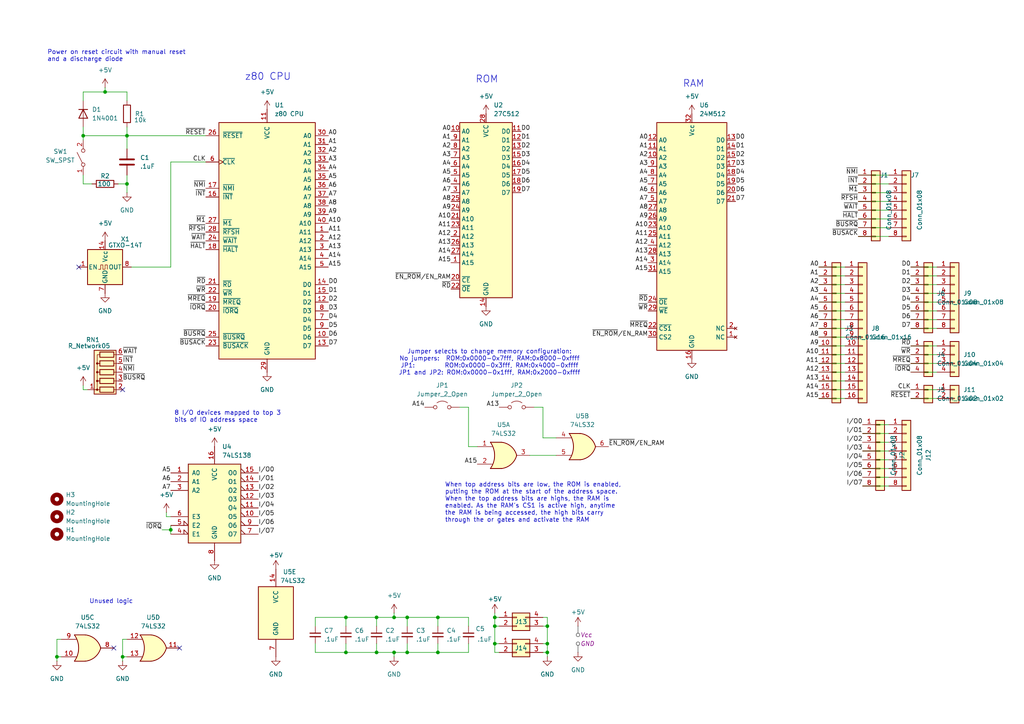
<source format=kicad_sch>
(kicad_sch (version 20231120) (generator "eeschema") (generator_version "8.0")
  (paper "A4")
  (title_block (title "z80 RPM v1.0") (date "2024-06-27") (rev "1") (company "podzolelements@gmail.com") (comment 1 "If you find this project useful or interesting, I'd love to hear about it!") (comment 2 "but comes with absolutely NO WARRANTY of any kind") (comment 3 "This is open source hardware and can be used for any purpose, ") (comment 4 "The z80 Rapid Protoyping Module: An arduino-style board based on the z80"))
  (junction (at 114.3 179.07))
  (junction (at 24.13 39.37))
  (junction (at 109.22 179.07))
  (junction (at 36.83 39.37))
  (junction (at 30.48 26.67))
  (junction (at 35.56 190.5))
  (junction (at 118.11 179.07))
  (junction (at 127 179.07))
  (junction (at 100.33 189.23))
  (junction (at 158.75 181.61))
  (junction (at 143.51 179.07))
  (junction (at 118.11 189.23))
  (junction (at 114.3 189.23))
  (junction (at 16.51 190.5))
  (junction (at 49.53 153.67))
  (junction (at 143.51 186.69))
  (junction (at 100.33 179.07))
  (junction (at 158.75 186.69))
  (junction (at 109.22 189.23))
  (junction (at 143.51 181.61))
  (junction (at 36.83 53.34))
  (junction (at 158.75 189.23))
  (junction (at 127 189.23))
  (no_connect (at 22.86 77.47))
  (no_connect (at 35.56 113.03))
  (no_connect (at 33.02 187.96))
  (no_connect (at 52.07 187.96))
  (wire (pts (xy 127 189.23) (xy 118.11 189.23)))
  (wire (pts (xy 100.33 179.07) (xy 109.22 179.07)))
  (wire (pts (xy 264.16 115.57) (xy 271.78 115.57)))
  (wire (pts (xy 248.92 66.04) (xy 257.81 66.04)))
  (wire (pts (xy 135.89 129.54) (xy 135.89 118.11)))
  (wire (pts (xy 237.49 102.87) (xy 245.11 102.87)))
  (wire (pts (xy 250.19 123.19) (xy 257.81 123.19)))
  (wire (pts (xy 264.16 87.63) (xy 271.78 87.63)))
  (wire (pts (xy 24.13 111.76) (xy 24.13 113.03)))
  (wire (pts (xy 237.49 92.71) (xy 245.11 92.71)))
  (wire (pts (xy 250.19 125.73) (xy 257.81 125.73)))
  (wire (pts (xy 138.43 129.54) (xy 135.89 129.54)))
  (wire (pts (xy 35.56 191.77) (xy 35.56 190.5)))
  (wire (pts (xy 143.51 177.8) (xy 143.51 179.07)))
  (wire (pts (xy 24.13 113.03) (xy 25.4 113.03)))
  (wire (pts (xy 24.13 29.21) (xy 24.13 26.67)))
  (wire (pts (xy 127 186.69) (xy 127 189.23)))
  (wire (pts (xy 36.83 26.67) (xy 36.83 29.21)))
  (wire (pts (xy 248.92 53.34) (xy 257.81 53.34)))
  (wire (pts (xy 250.19 128.27) (xy 257.81 128.27)))
  (wire (pts (xy 250.19 130.81) (xy 257.81 130.81)))
  (wire (pts (xy 30.48 26.67) (xy 36.83 26.67)))
  (wire (pts (xy 248.92 58.42) (xy 257.81 58.42)))
  (wire (pts (xy 143.51 179.07) (xy 144.78 179.07)))
  (wire (pts (xy 49.53 77.47) (xy 49.53 46.99)))
  (wire (pts (xy 264.16 85.09) (xy 271.78 85.09)))
  (wire (pts (xy 157.48 118.11) (xy 157.48 127)))
  (wire (pts (xy 237.49 85.09) (xy 245.11 85.09)))
  (wire (pts (xy 248.92 55.88) (xy 257.81 55.88)))
  (wire (pts (xy 248.92 68.58) (xy 257.81 68.58)))
  (wire (pts (xy 91.44 181.61) (xy 91.44 179.07)))
  (wire (pts (xy 237.49 80.01) (xy 245.11 80.01)))
  (wire (pts (xy 237.49 82.55) (xy 245.11 82.55)))
  (wire (pts (xy 264.16 102.87) (xy 271.78 102.87)))
  (wire (pts (xy 24.13 26.67) (xy 30.48 26.67)))
  (wire (pts (xy 91.44 186.69) (xy 91.44 189.23)))
  (wire (pts (xy 100.33 181.61) (xy 100.33 179.07)))
  (wire (pts (xy 248.92 60.96) (xy 257.81 60.96)))
  (wire (pts (xy 49.53 152.4) (xy 49.53 153.67)))
  (wire (pts (xy 36.83 53.34) (xy 36.83 55.88)))
  (wire (pts (xy 35.56 190.5) (xy 36.83 190.5)))
  (wire (pts (xy 127 179.07) (xy 135.89 179.07)))
  (wire (pts (xy 144.78 189.23) (xy 143.51 189.23)))
  (wire (pts (xy 114.3 189.23) (xy 118.11 189.23)))
  (wire (pts (xy 24.13 39.37) (xy 24.13 40.64)))
  (wire (pts (xy 248.92 50.8) (xy 257.81 50.8)))
  (wire (pts (xy 100.33 189.23) (xy 109.22 189.23)))
  (wire (pts (xy 114.3 177.8) (xy 114.3 179.07)))
  (wire (pts (xy 157.48 179.07) (xy 158.75 179.07)))
  (wire (pts (xy 237.49 105.41) (xy 245.11 105.41)))
  (wire (pts (xy 133.35 118.11) (xy 135.89 118.11)))
  (wire (pts (xy 36.83 185.42) (xy 35.56 185.42)))
  (wire (pts (xy 250.19 138.43) (xy 257.81 138.43)))
  (wire (pts (xy 118.11 179.07) (xy 127 179.07)))
  (wire (pts (xy 237.49 113.03) (xy 245.11 113.03)))
  (wire (pts (xy 36.83 39.37) (xy 59.69 39.37)))
  (wire (pts (xy 237.49 95.25) (xy 245.11 95.25)))
  (wire (pts (xy 237.49 100.33) (xy 245.11 100.33)))
  (wire (pts (xy 264.16 107.95) (xy 271.78 107.95)))
  (wire (pts (xy 264.16 90.17) (xy 271.78 90.17)))
  (wire (pts (xy 17.78 190.5) (xy 16.51 190.5)))
  (wire (pts (xy 158.75 186.69) (xy 158.75 189.23)))
  (wire (pts (xy 127 179.07) (xy 127 181.61)))
  (wire (pts (xy 144.78 186.69) (xy 143.51 186.69)))
  (wire (pts (xy 157.48 127) (xy 161.29 127)))
  (wire (pts (xy 118.11 181.61) (xy 118.11 179.07)))
  (wire (pts (xy 48.26 148.59) (xy 48.26 149.86)))
  (wire (pts (xy 91.44 179.07) (xy 100.33 179.07)))
  (wire (pts (xy 91.44 189.23) (xy 100.33 189.23)))
  (wire (pts (xy 264.16 95.25) (xy 271.78 95.25)))
  (wire (pts (xy 48.26 149.86) (xy 49.53 149.86)))
  (wire (pts (xy 16.51 190.5) (xy 16.51 191.77)))
  (wire (pts (xy 237.49 77.47) (xy 245.11 77.47)))
  (wire (pts (xy 127 189.23) (xy 135.89 189.23)))
  (wire (pts (xy 38.1 77.47) (xy 49.53 77.47)))
  (wire (pts (xy 36.83 36.83) (xy 36.83 39.37)))
  (wire (pts (xy 35.56 185.42) (xy 35.56 190.5)))
  (wire (pts (xy 49.53 46.99) (xy 59.69 46.99)))
  (wire (pts (xy 118.11 189.23) (xy 118.11 186.69)))
  (wire (pts (xy 153.67 132.08) (xy 161.29 132.08)))
  (wire (pts (xy 135.89 181.61) (xy 135.89 179.07)))
  (wire (pts (xy 158.75 189.23) (xy 158.75 190.5)))
  (wire (pts (xy 250.19 140.97) (xy 257.81 140.97)))
  (wire (pts (xy 248.92 63.5) (xy 257.81 63.5)))
  (wire (pts (xy 157.48 189.23) (xy 158.75 189.23)))
  (wire (pts (xy 24.13 53.34) (xy 24.13 50.8)))
  (wire (pts (xy 264.16 100.33) (xy 271.78 100.33)))
  (wire (pts (xy 109.22 179.07) (xy 114.3 179.07)))
  (wire (pts (xy 154.94 118.11) (xy 157.48 118.11)))
  (wire (pts (xy 135.89 186.69) (xy 135.89 189.23)))
  (wire (pts (xy 49.53 153.67) (xy 46.99 153.67)))
  (wire (pts (xy 237.49 90.17) (xy 245.11 90.17)))
  (wire (pts (xy 109.22 181.61) (xy 109.22 179.07)))
  (wire (pts (xy 237.49 87.63) (xy 245.11 87.63)))
  (wire (pts (xy 109.22 189.23) (xy 114.3 189.23)))
  (wire (pts (xy 264.16 105.41) (xy 271.78 105.41)))
  (wire (pts (xy 264.16 92.71) (xy 271.78 92.71)))
  (wire (pts (xy 143.51 181.61) (xy 143.51 179.07)))
  (wire (pts (xy 237.49 107.95) (xy 245.11 107.95)))
  (wire (pts (xy 49.53 153.67) (xy 49.53 154.94)))
  (wire (pts (xy 237.49 97.79) (xy 245.11 97.79)))
  (wire (pts (xy 143.51 186.69) (xy 143.51 181.61)))
  (wire (pts (xy 264.16 80.01) (xy 271.78 80.01)))
  (wire (pts (xy 36.83 53.34) (xy 36.83 50.8)))
  (wire (pts (xy 144.78 181.61) (xy 143.51 181.61)))
  (wire (pts (xy 157.48 181.61) (xy 158.75 181.61)))
  (wire (pts (xy 264.16 77.47) (xy 271.78 77.47)))
  (wire (pts (xy 100.33 186.69) (xy 100.33 189.23)))
  (wire (pts (xy 264.16 82.55) (xy 271.78 82.55)))
  (wire (pts (xy 24.13 39.37) (xy 36.83 39.37)))
  (wire (pts (xy 157.48 186.69) (xy 158.75 186.69)))
  (wire (pts (xy 24.13 36.83) (xy 24.13 39.37)))
  (wire (pts (xy 36.83 43.18) (xy 36.83 39.37)))
  (wire (pts (xy 30.48 25.4) (xy 30.48 26.67)))
  (wire (pts (xy 158.75 179.07) (xy 158.75 181.61)))
  (wire (pts (xy 16.51 185.42) (xy 16.51 190.5)))
  (wire (pts (xy 26.67 53.34) (xy 24.13 53.34)))
  (wire (pts (xy 143.51 189.23) (xy 143.51 186.69)))
  (wire (pts (xy 114.3 189.23) (xy 114.3 190.5)))
  (wire (pts (xy 250.19 133.35) (xy 257.81 133.35)))
  (wire (pts (xy 250.19 135.89) (xy 257.81 135.89)))
  (wire (pts (xy 114.3 179.07) (xy 118.11 179.07)))
  (wire (pts (xy 237.49 115.57) (xy 245.11 115.57)))
  (wire (pts (xy 237.49 110.49) (xy 245.11 110.49)))
  (wire (pts (xy 158.75 181.61) (xy 158.75 186.69)))
  (wire (pts (xy 264.16 113.03) (xy 271.78 113.03)))
  (wire (pts (xy 34.29 53.34) (xy 36.83 53.34)))
  (wire (pts (xy 17.78 185.42) (xy 16.51 185.42)))
  (wire (pts (xy 109.22 186.69) (xy 109.22 189.23)))
  (text "8 I/O devices mapped to top 3\nbits of IO address space" (at 50.546 120.904 0) (effects (font (size 1.27 1.27)) (justify left)))
  (text "z80 CPU" (at 77.724 22.352 0) (effects (font (size 2.032 2.032))))
  (text "Unused logic" (at 32.258 174.498 0) (effects (font (size 1.27 1.27))))
  (text "Jumper selects to change memory configuration:\nNo jumpers:  ROM:0x0000-0x7fff, RAM:0x8000-0xffff\nJP1:         ROM:0x0000-0x3fff, RAM:0x4000-0xffff\nJP1 and JP2: ROM:0x0000-0x1fff, RAM:0x2000-0xffff" (at 141.986 105.156 0) (effects (font (size 1.27 1.27))))
  (text "When top address bits are low, the ROM is enabled,\nputting the ROM at the start of the address space.\nWhen the top address bits are highs, the RAM is\nenabled. As the RAM's CS1 is active high, anytime\nthe RAM is being accessed, the high bits carry\nthrough the or gates and activate the RAM" (at 129.032 145.796 0) (effects (font (size 1.27 1.27)) (justify left)))
  (text "RAM" (at 201.168 24.384 0) (effects (font (size 2.032 2.032))))
  (text "Power on reset circuit with manual reset\nand a discharge diode" (at 13.716 16.256 0) (effects (font (size 1.27 1.27)) (justify left)))
  (text "ROM\n" (at 141.224 23.114 0) (effects (font (size 2.032 2.032))))
  (label "A0" (at 130.81 38.1 180))
  (label "~{WR}" (at 187.96 90.17 180))
  (label "A2" (at 130.81 43.18 180))
  (label "~{WR}" (at 59.69 85.09 180))
  (label "D1" (at 213.36 43.18 0))
  (label "A7" (at 237.49 95.25 180))
  (label "D5" (at 95.25 95.25 0))
  (label "A13" (at 144.78 118.11 180))
  (label "A7" (at 95.25 57.15 0))
  (label "A10" (at 95.25 64.77 0))
  (label "A13" (at 237.49 110.49 180))
  (label "A6" (at 49.53 139.7 180))
  (label "A13" (at 130.81 71.12 180))
  (label "A11" (at 130.81 66.04 180))
  (label "A9" (at 237.49 100.33 180))
  (label "~{EN_ROM}{slash}EN_RAM" (at 187.96 97.79 180))
  (label "A1" (at 130.81 40.64 180))
  (label "D2" (at 264.16 82.55 180))
  (label "I{slash}O2" (at 250.19 128.27 180))
  (label "~{BUSRQ}" (at 35.56 110.49 0))
  (label "~{INT}" (at 248.92 53.34 180))
  (label "CLK" (at 264.16 113.03 180))
  (label "~{NMI}" (at 248.92 50.8 180))
  (label "A3" (at 187.96 48.26 180))
  (label "A11" (at 237.49 105.41 180))
  (label "A14" (at 237.49 113.03 180))
  (label "~{WR}" (at 264.16 102.87 180))
  (label "A3" (at 130.81 45.72 180))
  (label "A15" (at 95.25 77.47 0))
  (label "D4" (at 95.25 92.71 0))
  (label "A11" (at 187.96 68.58 180))
  (label "A6" (at 187.96 55.88 180))
  (label "I{slash}O1" (at 74.93 139.7 0))
  (label "~{IORQ}" (at 264.16 107.95 180))
  (label "D0" (at 151.13 38.1 0))
  (label "D3" (at 95.25 90.17 0))
  (label "A8" (at 237.49 97.79 180))
  (label "A2" (at 237.49 82.55 180))
  (label "A9" (at 130.81 60.96 180))
  (label "A5" (at 237.49 90.17 180))
  (label "I{slash}O5" (at 250.19 135.89 180))
  (label "D4" (at 151.13 48.26 0))
  (label "A7" (at 130.81 55.88 180))
  (label "I{slash}O6" (at 250.19 138.43 180))
  (label "I{slash}O3" (at 250.19 130.81 180))
  (label "~{INT}" (at 59.69 57.15 180))
  (label "~{EN_ROM}{slash}EN_RAM" (at 130.81 81.28 180))
  (label "D5" (at 213.36 53.34 0))
  (label "~{WAIT}" (at 59.69 69.85 180))
  (label "~{NMI}" (at 35.56 107.95 0))
  (label "D6" (at 95.25 97.79 0))
  (label "A0" (at 187.96 40.64 180))
  (label "A5" (at 95.25 52.07 0))
  (label "A11" (at 95.25 67.31 0))
  (label "D7" (at 95.25 100.33 0))
  (label "A2" (at 95.25 44.45 0))
  (label "A14" (at 123.19 118.11 180))
  (label "A9" (at 95.25 62.23 0))
  (label "A15" (at 130.81 76.2 180))
  (label "A7" (at 187.96 58.42 180))
  (label "~{EN_ROM}{slash}EN_RAM" (at 176.53 129.54 0))
  (label "A4" (at 237.49 87.63 180))
  (label "I{slash}O2" (at 74.93 142.24 0))
  (label "D6" (at 264.16 92.71 180))
  (label "D6" (at 213.36 55.88 0))
  (label "D7" (at 264.16 95.25 180))
  (label "A12" (at 95.25 69.85 0))
  (label "D2" (at 213.36 45.72 0))
  (label "I{slash}O4" (at 250.19 133.35 180))
  (label "D1" (at 151.13 40.64 0))
  (label "D5" (at 264.16 90.17 180))
  (label "A0" (at 95.25 39.37 0))
  (label "A10" (at 237.49 102.87 180))
  (label "~{BUSACK}" (at 248.92 68.58 180))
  (label "A5" (at 49.53 137.16 180))
  (label "I{slash}O5" (at 74.93 149.86 0))
  (label "A13" (at 95.25 72.39 0))
  (label "A10" (at 187.96 66.04 180))
  (label "D0" (at 213.36 40.64 0))
  (label "A12" (at 187.96 71.12 180))
  (label "I{slash}O1" (at 250.19 125.73 180))
  (label "D3" (at 213.36 48.26 0))
  (label "I{slash}O0" (at 74.93 137.16 0))
  (label "~{MREQ}" (at 264.16 105.41 180))
  (label "A1" (at 187.96 43.18 180))
  (label "~{RESET}" (at 59.69 39.37 180))
  (label "D4" (at 264.16 87.63 180))
  (label "~{MREQ}" (at 59.69 87.63 180))
  (label "~{RD}" (at 264.16 100.33 180))
  (label "~{RFSH}" (at 59.69 67.31 180))
  (label "~{M1}" (at 59.69 64.77 180))
  (label "~{RD}" (at 187.96 87.63 180))
  (label "~{MREQ}" (at 187.96 95.25 180))
  (label "D5" (at 151.13 50.8 0))
  (label "D2" (at 95.25 87.63 0))
  (label "A4" (at 95.25 49.53 0))
  (label "D0" (at 95.25 82.55 0))
  (label "A0" (at 237.49 77.47 180))
  (label "A5" (at 130.81 50.8 180))
  (label "D2" (at 151.13 43.18 0))
  (label "~{BUSACK}" (at 59.69 100.33 180))
  (label "A14" (at 187.96 76.2 180))
  (label "A3" (at 95.25 46.99 0))
  (label "A8" (at 95.25 59.69 0))
  (label "D4" (at 213.36 50.8 0))
  (label "A4" (at 187.96 50.8 180))
  (label "CLK" (at 59.69 46.99 180))
  (label "I{slash}O3" (at 74.93 144.78 0))
  (label "I{slash}O4" (at 74.93 147.32 0))
  (label "A6" (at 130.81 53.34 180))
  (label "A15" (at 187.96 78.74 180))
  (label "A1" (at 237.49 80.01 180))
  (label "I{slash}O0" (at 250.19 123.19 180))
  (label "I{slash}O7" (at 74.93 154.94 0))
  (label "A14" (at 95.25 74.93 0))
  (label "~{M1}" (at 248.92 55.88 180))
  (label "A15" (at 138.43 134.62 180))
  (label "A6" (at 95.25 54.61 0))
  (label "D0" (at 264.16 77.47 180))
  (label "~{RESET}" (at 264.16 115.57 180))
  (label "A15" (at 237.49 115.57 180))
  (label "A9" (at 187.96 63.5 180))
  (label "~{HALT}" (at 248.92 63.5 180))
  (label "~{BUSRQ}" (at 248.92 66.04 180))
  (label "~{HALT}" (at 59.69 72.39 180))
  (label "I{slash}O6" (at 74.93 152.4 0))
  (label "~{NMI}" (at 59.69 54.61 180))
  (label "~{WAIT}" (at 35.56 102.87 0))
  (label "A5" (at 187.96 53.34 180))
  (label "~{BUSRQ}" (at 59.69 97.79 180))
  (label "A12" (at 237.49 107.95 180))
  (label "I{slash}O7" (at 250.19 140.97 180))
  (label "A10" (at 130.81 63.5 180))
  (label "~{RD}" (at 59.69 82.55 180))
  (label "A13" (at 187.96 73.66 180))
  (label "D1" (at 264.16 80.01 180))
  (label "A4" (at 130.81 48.26 180))
  (label "D3" (at 264.16 85.09 180))
  (label "D3" (at 151.13 45.72 0))
  (label "A14" (at 130.81 73.66 180))
  (label "~{RD}" (at 130.81 83.82 180))
  (label "~{IORQ}" (at 59.69 90.17 180))
  (label "A3" (at 237.49 85.09 180))
  (label "A8" (at 130.81 58.42 180))
  (label "A2" (at 187.96 45.72 180))
  (label "~{INT}" (at 35.56 105.41 0))
  (label "D7" (at 151.13 55.88 0))
  (label "A7" (at 49.53 142.24 180))
  (label "D6" (at 151.13 53.34 0))
  (label "~{WAIT}" (at 248.92 60.96 180))
  (label "A1" (at 95.25 41.91 0))
  (label "A8" (at 187.96 60.96 180))
  (label "A6" (at 237.49 92.71 180))
  (label "D7" (at 213.36 58.42 0))
  (label "~{RFSH}" (at 248.92 58.42 180))
  (label "A12" (at 130.81 68.58 180))
  (label "D1" (at 95.25 85.09 0))
  (label "~{IORQ}" (at 46.99 153.67 180))
  (netclass_flag "" (length 2.54) (shape round) (at 167.64 181.61 180) (property "Netclass" "Vcc" (at 168.3385 184.15 0) (effects (font (italic yes)) (justify left))))
  (netclass_flag "" (length 2.54) (shape round) (at 167.64 189.23 0) (property "Netclass" "GND" (at 168.3385 186.69 0) (effects (font (italic yes)) (justify left))))
  (symbol (lib_id "Device:C") (at 36.83 46.99 0) (unit 1)
    (property "Reference" "C1" (at 40.64 45.7199 0) (effects (justify left)))
    (property "Value" ".1uF" (at 40.64 48.2599 0) (effects (justify left)))
    (property "Footprint" "Capacitor_THT:C_Disc_D3.0mm_W1.6mm_P2.50mm" (effects (hide yes)))
    (property "Description" "Unpolarized capacitor" (effects (hide yes)))
  )
  (symbol (lib_id "Connector_Generic:Conn_02x02_Counter_Clockwise") (at 149.86 179.07 0) (unit 1)
    (property "Reference" "J13" (at 151.13 180.34 0))
    (property "Value" "Conn_02x02_Counter_Clockwise" (effects (hide yes)))
    (property "Footprint" "Connector_PinSocket_2.54mm:PinSocket_2x02_P2.54mm_Vertical" (effects (hide yes)))
    (property "Description" "Generic connector, double row, 02x02, counter clockwise pin numbering scheme (similar to DIP package numbering), script generated (kicad-library-utils/schlib/autogen/connector/)" (effects (hide yes)))
  )
  (symbol (lib_id "Connector_Generic:Conn_01x02") (at 269.24 113.03 0) (unit 1)
    (property "Reference" "J5" (at 271.78 113.0299 0) (effects (justify left)))
    (property "Value" "Conn_01x02" (at 271.78 115.5699 0) (effects (justify left)))
    (property "Footprint" "Connector_PinSocket_2.54mm:PinSocket_1x02_P2.54mm_Vertical" (effects (hide yes)))
    (property "Description" "Generic connector, single row, 01x02, script generated (kicad-library-utils/schlib/autogen/connector/)" (effects (hide yes)))
  )
  (symbol (lib_id "power:GND") (at 62.23 162.56 0) (unit 1)
    (property "Reference" "#PWR02" (effects (hide yes)))
    (property "Value" "GND" (at 62.23 167.64 0))
    (property "Description" "Power symbol creates a global label with name \"GND\" , ground" (effects (hide yes)))
  )
  (symbol (lib_id "power:+5V") (at 30.48 25.4 0) (unit 1)
    (property "Reference" "#PWR012" (effects (hide yes)))
    (property "Value" "+5V" (at 30.48 20.32 0))
    (property "Description" "Power symbol creates a global label with name \"+5V\"" (effects (hide yes)))
  )
  (symbol (lib_id "power:+5V") (at 48.26 148.59 0) (unit 1)
    (property "Reference" "#PWR07" (effects (hide yes)))
    (property "Value" "+5V" (at 48.26 143.51 0))
    (property "Description" "Power symbol creates a global label with name \"+5V\"" (effects (hide yes)))
  )
  (symbol (lib_id "Connector_Generic:Conn_01x04") (at 276.86 102.87 0) (unit 1)
    (property "Reference" "J10" (at 279.4 102.8699 0) (effects (justify left)))
    (property "Value" "Conn_01x04" (at 279.4 105.4099 0) (effects (justify left)))
    (property "Footprint" "Connector_PinSocket_2.54mm:PinSocket_1x04_P2.54mm_Vertical" (effects (hide yes)))
    (property "Description" "Generic connector, single row, 01x04, script generated (kicad-library-utils/schlib/autogen/connector/)" (effects (hide yes)))
  )
  (symbol (lib_id "Connector_Generic:Conn_01x08") (at 262.89 130.81 0) (unit 1)
    (property "Reference" "J12" (at 269.24 132.08 90))
    (property "Value" "Conn_01x08" (at 266.7 132.08 90))
    (property "Footprint" "Connector_PinSocket_2.54mm:PinSocket_1x08_P2.54mm_Vertical" (effects (hide yes)))
    (property "Description" "Generic connector, single row, 01x08, script generated (kicad-library-utils/schlib/autogen/connector/)" (effects (hide yes)))
  )
  (symbol (lib_id "Connector_Generic:Conn_02x02_Counter_Clockwise") (at 149.86 186.69 0) (unit 1)
    (property "Reference" "J14" (at 151.13 187.96 0))
    (property "Value" "Conn_02x02_Counter_Clockwise" (effects (hide yes)))
    (property "Footprint" "Connector_PinSocket_2.54mm:PinSocket_2x02_P2.54mm_Vertical" (effects (hide yes)))
    (property "Description" "Generic connector, double row, 02x02, counter clockwise pin numbering scheme (similar to DIP package numbering), script generated (kicad-library-utils/schlib/autogen/connector/)" (effects (hide yes)))
  )
  (symbol (lib_id "Device:C_Small") (at 127 184.15 0) (unit 1)
    (property "Reference" "C4" (at 129.54 182.8862 0) (effects (justify left)))
    (property "Value" ".1uF" (at 129.54 185.4262 0) (effects (justify left)))
    (property "Footprint" "Capacitor_THT:C_Disc_D3.0mm_W1.6mm_P2.50mm" (effects (hide yes)))
    (property "Description" "Unpolarized capacitor, small symbol" (effects (hide yes)))
  )
  (symbol (lib_id "power:GND") (at 16.51 191.77 0) (unit 1)
    (property "Reference" "#PWR019" (effects (hide yes)))
    (property "Value" "GND" (at 16.51 196.85 0))
    (property "Description" "Power symbol creates a global label with name \"GND\" , ground" (effects (hide yes)))
  )
  (symbol (lib_id "Switch:SW_SPST") (at 24.13 45.72 90) (unit 1)
    (property "Reference" "SW1" (at 15.494 43.942 90) (effects (justify right)))
    (property "Value" "SW_SPST" (at 13.208 46.482 90) (effects (justify right)))
    (property "Footprint" "Button_Switch_THT:SW_Tactile_SPST_Angled_PTS645Vx31-2LFS" (effects (hide yes)))
    (property "Description" "Single Pole Single Throw (SPST) switch" (effects (hide yes)))
  )
  (symbol (lib_id "74xx:74LS32") (at 168.91 129.54 0) (unit 2)
    (property "Reference" "U5" (at 168.91 120.65 0))
    (property "Value" "74LS32" (at 168.91 123.19 0))
    (property "Footprint" "Package_DIP:DIP-14_W7.62mm_Socket" (effects (hide yes)))
    (property "Datasheet" "http://www.ti.com/lit/gpn/sn74LS32" (effects (hide yes)))
    (property "Description" "Quad 2-input OR" (effects (hide yes)))
  )
  (symbol (lib_id "power:+5V") (at 143.51 177.8 0) (unit 1)
    (property "Reference" "#PWR024" (effects (hide yes)))
    (property "Value" "+5V" (at 143.51 173.736 0))
    (property "Description" "Power symbol creates a global label with name \"+5V\"" (effects (hide yes)))
  )
  (symbol (lib_id "power:+5V") (at 200.66 33.02 0) (unit 1)
    (property "Reference" "#PWR03" (effects (hide yes)))
    (property "Value" "+5V" (at 200.66 27.94 0))
    (property "Description" "Power symbol creates a global label with name \"+5V\"" (effects (hide yes)))
  )
  (symbol (lib_id "power:+5V") (at 140.97 33.02 0) (unit 1)
    (property "Reference" "#PWR04" (effects (hide yes)))
    (property "Value" "+5V" (at 140.97 27.94 0))
    (property "Description" "Power symbol creates a global label with name \"+5V\"" (effects (hide yes)))
  )
  (symbol (lib_id "power:+5V") (at 167.64 181.61 0) (unit 1)
    (property "Reference" "#PWR022" (effects (hide yes)))
    (property "Value" "+5V" (at 167.64 177.546 0))
    (property "Description" "Power symbol creates a global label with name \"+5V\"" (effects (hide yes)))
  )
  (symbol (lib_id "Device:R") (at 30.48 53.34 90) (unit 1)
    (property "Reference" "R2" (at 30.48 51.054 90))
    (property "Value" "100" (at 30.226 53.34 90))
    (property "Footprint" "Resistor_THT:R_Axial_DIN0207_L6.3mm_D2.5mm_P10.16mm_Horizontal" (effects (hide yes)))
    (property "Description" "Resistor" (effects (hide yes)))
  )
  (symbol (lib_id "Connector_Generic:Conn_01x04") (at 269.24 102.87 0) (unit 1)
    (property "Reference" "J4" (at 271.78 102.8699 0) (effects (justify left)))
    (property "Value" "Conn_01x04" (at 271.78 105.4099 0) (effects (justify left)))
    (property "Footprint" "Connector_PinSocket_2.54mm:PinSocket_1x04_P2.54mm_Vertical" (effects (hide yes)))
    (property "Description" "Generic connector, single row, 01x04, script generated (kicad-library-utils/schlib/autogen/connector/)" (effects (hide yes)))
  )
  (symbol (lib_id "Device:C_Small") (at 100.33 184.15 0) (unit 1)
    (property "Reference" "C6" (at 102.87 182.8862 0) (effects (justify left)))
    (property "Value" ".1uF" (at 102.87 185.4262 0) (effects (justify left)))
    (property "Footprint" "Capacitor_THT:C_Disc_D3.0mm_W1.6mm_P2.50mm" (effects (hide yes)))
    (property "Description" "Unpolarized capacitor, small symbol" (effects (hide yes)))
  )
  (symbol (lib_id "Connector_Generic:Conn_01x08") (at 276.86 85.09 0) (unit 1)
    (property "Reference" "J9" (at 279.4 85.0899 0) (effects (justify left)))
    (property "Value" "Conn_01x08" (at 279.4 87.6299 0) (effects (justify left)))
    (property "Footprint" "Connector_PinSocket_2.54mm:PinSocket_1x08_P2.54mm_Vertical" (effects (hide yes)))
    (property "Description" "Generic connector, single row, 01x08, script generated (kicad-library-utils/schlib/autogen/connector/)" (effects (hide yes)))
  )
  (symbol (lib_id "Jumper:Jumper_2_Open") (at 128.27 118.11 0) (unit 1) (exclude_from_sim yes)
    (property "Reference" "JP1" (at 128.27 111.76 0))
    (property "Value" "Jumper_2_Open" (at 128.27 114.3 0))
    (property "Footprint" "Connector_PinHeader_2.54mm:PinHeader_1x02_P2.54mm_Vertical" (effects (hide yes)))
    (property "Description" "Jumper, 2-pole, open" (effects (hide yes)))
  )
  (symbol (lib_id "Device:C_Small") (at 135.89 184.15 0) (unit 1)
    (property "Reference" "C5" (at 137.922 182.372 0) (effects (justify left)))
    (property "Value" ".1uF" (at 138.43 185.4262 0) (effects (justify left)))
    (property "Footprint" "Capacitor_THT:C_Disc_D3.0mm_W1.6mm_P2.50mm" (effects (hide yes)))
    (property "Description" "Unpolarized capacitor, small symbol" (effects (hide yes)))
  )
  (symbol (lib_id "power:GND") (at 200.66 104.14 0) (unit 1)
    (property "Reference" "#PWR09" (effects (hide yes)))
    (property "Value" "GND" (at 200.66 109.22 0))
    (property "Description" "Power symbol creates a global label with name \"GND\" , ground" (effects (hide yes)))
  )
  (symbol (lib_id "Jumper:Jumper_2_Open") (at 149.86 118.11 0) (unit 1) (exclude_from_sim yes)
    (property "Reference" "JP2" (at 149.86 111.76 0))
    (property "Value" "Jumper_2_Open" (at 149.86 114.3 0))
    (property "Footprint" "Connector_PinHeader_2.54mm:PinHeader_1x02_P2.54mm_Vertical" (effects (hide yes)))
    (property "Description" "Jumper, 2-pole, open" (effects (hide yes)))
  )
  (symbol (lib_id "power:+5V") (at 77.47 31.75 0) (unit 1)
    (property "Reference" "#PWR05" (effects (hide yes)))
    (property "Value" "+5V" (at 77.47 26.67 0))
    (property "Description" "Power symbol creates a global label with name \"+5V\"" (effects (hide yes)))
  )
  (symbol (lib_id "74xx:74LS32") (at 80.01 177.8 0) (unit 5)
    (property "Reference" "U5" (at 82.042 165.862 0) (effects (justify left)))
    (property "Value" "74LS32" (at 81.28 168.402 0) (effects (justify left)))
    (property "Footprint" "Package_DIP:DIP-14_W7.62mm_Socket" (effects (hide yes)))
    (property "Datasheet" "http://www.ti.com/lit/gpn/sn74LS32" (effects (hide yes)))
    (property "Description" "Quad 2-input OR" (effects (hide yes)))
  )
  (symbol (lib_id "power:GND") (at 77.47 107.95 0) (unit 1)
    (property "Reference" "#PWR011" (effects (hide yes)))
    (property "Value" "GND" (at 77.47 113.03 0))
    (property "Description" "Power symbol creates a global label with name \"GND\" , ground" (effects (hide yes)))
  )
  (symbol (lib_id "Connector_Generic:Conn_01x08") (at 255.27 130.81 0) (unit 1)
    (property "Reference" "J2" (at 261.62 132.08 90))
    (property "Value" "Conn_01x08" (at 259.08 132.08 90))
    (property "Footprint" "Connector_PinSocket_2.54mm:PinSocket_1x08_P2.54mm_Vertical" (effects (hide yes)))
    (property "Description" "Generic connector, single row, 01x08, script generated (kicad-library-utils/schlib/autogen/connector/)" (effects (hide yes)))
  )
  (symbol (lib_id "74xx:74LS32") (at 146.05 132.08 0) (unit 1)
    (property "Reference" "U5" (at 146.05 123.19 0))
    (property "Value" "74LS32" (at 146.05 125.73 0))
    (property "Footprint" "Package_DIP:DIP-14_W7.62mm_Socket" (effects (hide yes)))
    (property "Datasheet" "http://www.ti.com/lit/gpn/sn74LS32" (effects (hide yes)))
    (property "Description" "Quad 2-input OR" (effects (hide yes)))
  )
  (symbol (lib_id "power:GND") (at 158.75 190.5 0) (unit 1)
    (property "Reference" "#PWR023" (effects (hide yes)))
    (property "Value" "GND" (at 158.75 195.58 0))
    (property "Description" "Power symbol creates a global label with name \"GND\" , ground" (effects (hide yes)))
  )
  (symbol (lib_id "power:GND") (at 35.56 191.77 0) (unit 1)
    (property "Reference" "#PWR020" (effects (hide yes)))
    (property "Value" "GND" (at 35.56 196.85 0))
    (property "Description" "Power symbol creates a global label with name \"GND\" , ground" (effects (hide yes)))
  )
  (symbol (lib_id "power:+5V") (at 30.48 69.85 0) (unit 1)
    (property "Reference" "#PWR013" (effects (hide yes)))
    (property "Value" "+5V" (at 30.48 64.77 0))
    (property "Description" "Power symbol creates a global label with name \"+5V\"" (effects (hide yes)))
  )
  (symbol (lib_id "74xx:74LS32") (at 44.45 187.96 0) (unit 4)
    (property "Reference" "U5" (at 44.45 179.07 0))
    (property "Value" "74LS32" (at 44.45 181.61 0))
    (property "Footprint" "Package_DIP:DIP-14_W7.62mm_Socket" (effects (hide yes)))
    (property "Datasheet" "http://www.ti.com/lit/gpn/sn74LS32" (effects (hide yes)))
    (property "Description" "Quad 2-input OR" (effects (hide yes)))
  )
  (symbol (lib_id "Device:R") (at 36.83 33.02 0) (unit 1)
    (property "Reference" "R1" (at 39.116 33.02 0) (effects (justify left)))
    (property "Value" "10k" (at 38.862 34.798 0) (effects (justify left)))
    (property "Footprint" "Resistor_THT:R_Axial_DIN0207_L6.3mm_D2.5mm_P10.16mm_Horizontal" (effects (hide yes)))
    (property "Description" "Resistor" (effects (hide yes)))
  )
  (symbol (lib_id "74xx:74LS32") (at 25.4 187.96 0) (unit 3)
    (property "Reference" "U5" (at 25.4 179.07 0))
    (property "Value" "74LS32" (at 25.4 181.61 0))
    (property "Footprint" "Package_DIP:DIP-14_W7.62mm_Socket" (effects (hide yes)))
    (property "Datasheet" "http://www.ti.com/lit/gpn/sn74LS32" (effects (hide yes)))
    (property "Description" "Quad 2-input OR" (effects (hide yes)))
  )
  (symbol (lib_id "power:+5V") (at 80.01 165.1 0) (unit 1)
    (property "Reference" "#PWR014" (effects (hide yes)))
    (property "Value" "+5V" (at 80.01 161.036 0))
    (property "Description" "Power symbol creates a global label with name \"+5V\"" (effects (hide yes)))
  )
  (symbol (lib_id "power:+5V") (at 114.3 177.8 0) (unit 1)
    (property "Reference" "#PWR017" (effects (hide yes)))
    (property "Value" "+5V" (at 114.3 172.72 0))
    (property "Description" "Power symbol creates a global label with name \"+5V\"" (effects (hide yes)))
  )
  (symbol (lib_id "Connector_Generic:Conn_01x16") (at 242.57 95.25 0) (unit 1)
    (property "Reference" "J3" (at 245.11 95.2499 0) (effects (justify left)))
    (property "Value" "Conn_01x16" (at 245.11 97.79 0) (effects (justify left)))
    (property "Footprint" "Connector_PinSocket_2.54mm:PinSocket_1x16_P2.54mm_Vertical" (effects (hide yes)))
    (property "Description" "Generic connector, single row, 01x16, script generated (kicad-library-utils/schlib/autogen/connector/)" (effects (hide yes)))
  )
  (symbol (lib_id "power:GND") (at 140.97 88.9 0) (unit 1)
    (property "Reference" "#PWR010" (effects (hide yes)))
    (property "Value" "GND" (at 140.97 93.98 0))
    (property "Description" "Power symbol creates a global label with name \"GND\" , ground" (effects (hide yes)))
  )
  (symbol (lib_id "Device:C_Small") (at 118.11 184.15 0) (unit 1)
    (property "Reference" "C3" (at 120.65 182.8862 0) (effects (justify left)))
    (property "Value" ".1uF" (at 120.65 185.4262 0) (effects (justify left)))
    (property "Footprint" "Capacitor_THT:C_Disc_D3.0mm_W1.6mm_P2.50mm" (effects (hide yes)))
    (property "Description" "Unpolarized capacitor, small symbol" (effects (hide yes)))
  )
  (symbol (lib_id "Memory_EPROM:27C512") (at 140.97 60.96 0) (unit 1)
    (property "Reference" "U2" (at 143.1641 30.48 0) (effects (justify left)))
    (property "Value" "27C512" (at 143.1641 33.02 0) (effects (justify left)))
    (property "Footprint" "Socket:DIP_Socket-28_W11.9_W12.7_W15.24_W17.78_W18.5_3M_228-1277-00-0602J" (effects (hide yes)))
    (property "Datasheet" "http://ww1.microchip.com/downloads/en/DeviceDoc/doc0015.pdf" (effects (hide yes)))
    (property "Description" "OTP EPROM 512 KiBit" (effects (hide yes)))
  )
  (symbol (lib_id "power:GND") (at 30.48 85.09 0) (unit 1)
    (property "Reference" "#PWR015" (effects (hide yes)))
    (property "Value" "GND" (at 30.48 90.17 0))
    (property "Description" "Power symbol creates a global label with name \"GND\" , ground" (effects (hide yes)))
  )
  (symbol (lib_id "Device:R_Network05") (at 30.48 107.95 90) (unit 1)
    (property "Reference" "RN1" (at 28.956 98.552 90) (effects (justify left)))
    (property "Value" "R_Network05" (at 32.0039 100.33 90) (effects (justify left)))
    (property "Footprint" "Resistor_THT:R_Array_SIP6" (effects (hide yes)))
    (property "Datasheet" "http://www.vishay.com/docs/31509/csc.pdf" (effects (hide yes)))
    (property "Description" "5 resistor network, star topology, bussed resistors, small symbol" (effects (hide yes)))
  )
  (symbol (lib_id "power:GND") (at 36.83 55.88 0) (unit 1)
    (property "Reference" "#PWR08" (effects (hide yes)))
    (property "Value" "GND" (at 36.83 60.96 0))
    (property "Description" "Power symbol creates a global label with name \"GND\" , ground" (effects (hide yes)))
  )
  (symbol (lib_id "power:GND") (at 167.64 189.23 0) (unit 1)
    (property "Reference" "#PWR021" (effects (hide yes)))
    (property "Value" "GND" (at 167.64 194.31 0))
    (property "Description" "Power symbol creates a global label with name \"GND\" , ground" (effects (hide yes)))
  )
  (symbol (lib_id "power:GND") (at 114.3 190.5 0) (unit 1)
    (property "Reference" "#PWR018" (effects (hide yes)))
    (property "Value" "GND" (at 114.3 195.58 0))
    (property "Description" "Power symbol creates a global label with name \"GND\" , ground" (effects (hide yes)))
  )
  (symbol (lib_id "Device:D") (at 24.13 33.02 270) (unit 1)
    (property "Reference" "D1" (at 26.67 31.7499 90) (effects (justify left)))
    (property "Value" "1N4001" (at 26.67 34.2899 90) (effects (justify left)))
    (property "Footprint" "Diode_THT:D_DO-41_SOD81_P7.62mm_Horizontal" (effects (hide yes)))
    (property "Description" "Diode" (effects (hide yes)))
    (property "Sim.Device" "D" (effects (hide yes)))
    (property "Sim.Pins" "1=K 2=A" (effects (hide yes)))
  )
  (symbol (lib_id "Connector_Generic:Conn_01x08") (at 262.89 58.42 0) (unit 1)
    (property "Reference" "J7" (at 264.16 50.7999 0) (effects (justify left)))
    (property "Value" "Conn_01x08" (at 266.7 66.802 90) (effects (justify left)))
    (property "Footprint" "Connector_PinSocket_2.54mm:PinSocket_1x08_P2.54mm_Vertical" (effects (hide yes)))
    (property "Description" "Generic connector, single row, 01x08, script generated (kicad-library-utils/schlib/autogen/connector/)" (effects (hide yes)))
  )
  (symbol (lib_id "Mechanical:MountingHole") (at 16.51 154.94 0) (unit 1) (exclude_from_sim yes) (in_bom no)
    (property "Reference" "H1" (at 19.05 153.6699 0) (effects (justify left)))
    (property "Value" "MountingHole" (at 19.05 156.2099 0) (effects (justify left)))
    (property "Footprint" "MountingHole:MountingHole_3.2mm_M3_DIN965_Pad_TopBottom" (effects (hide yes)))
    (property "Description" "Mounting Hole without connection" (effects (hide yes)))
  )
  (symbol (lib_id "74xx:74LS138") (at 62.23 144.78 0) (unit 1)
    (property "Reference" "U4" (at 64.4241 129.54 0) (effects (justify left)))
    (property "Value" "74LS138" (at 64.4241 132.08 0) (effects (justify left)))
    (property "Footprint" "Package_DIP:DIP-16_W7.62mm_Socket" (effects (hide yes)))
    (property "Datasheet" "http://www.ti.com/lit/gpn/sn74LS138" (effects (hide yes)))
    (property "Description" "Decoder 3 to 8 active low outputs" (effects (hide yes)))
  )
  (symbol (lib_id "Custom:24M512") (at 200.66 68.58 0) (unit 1)
    (property "Reference" "U6" (at 202.8541 30.48 0) (effects (justify left)))
    (property "Value" "24M512" (at 202.8541 33.02 0) (effects (justify left)))
    (property "Footprint" "Package_DIP:DIP-32_W7.62mm" (effects (hide yes)))
  )
  (symbol (lib_id "power:+5V") (at 24.13 111.76 0) (unit 1)
    (property "Reference" "#PWR06" (effects (hide yes)))
    (property "Value" "+5V" (at 24.13 106.68 0))
    (property "Description" "Power symbol creates a global label with name \"+5V\"" (effects (hide yes)))
  )
  (symbol (lib_id "Connector_Generic:Conn_01x02") (at 276.86 113.03 0) (unit 1)
    (property "Reference" "J11" (at 279.4 113.0299 0) (effects (justify left)))
    (property "Value" "Conn_01x02" (at 279.4 115.5699 0) (effects (justify left)))
    (property "Footprint" "Connector_PinSocket_2.54mm:PinSocket_1x02_P2.54mm_Vertical" (effects (hide yes)))
    (property "Description" "Generic connector, single row, 01x02, script generated (kicad-library-utils/schlib/autogen/connector/)" (effects (hide yes)))
  )
  (symbol (lib_id "Connector_Generic:Conn_01x08") (at 269.24 85.09 0) (unit 1)
    (property "Reference" "J6" (at 271.78 85.0899 0) (effects (justify left)))
    (property "Value" "Conn_01x08" (at 271.78 87.6299 0) (effects (justify left)))
    (property "Footprint" "Connector_PinSocket_2.54mm:PinSocket_1x08_P2.54mm_Vertical" (effects (hide yes)))
    (property "Description" "Generic connector, single row, 01x08, script generated (kicad-library-utils/schlib/autogen/connector/)" (effects (hide yes)))
  )
  (symbol (lib_id "Connector_Generic:Conn_01x16") (at 250.19 95.25 0) (unit 1)
    (property "Reference" "J8" (at 252.73 95.2499 0) (effects (justify left)))
    (property "Value" "Conn_01x16" (at 252.73 97.79 0) (effects (justify left)))
    (property "Footprint" "Connector_PinSocket_2.54mm:PinSocket_1x16_P2.54mm_Vertical" (effects (hide yes)))
    (property "Description" "Generic connector, single row, 01x16, script generated (kicad-library-utils/schlib/autogen/connector/)" (effects (hide yes)))
  )
  (symbol (lib_id "Mechanical:MountingHole") (at 16.51 144.78 0) (unit 1) (exclude_from_sim yes) (in_bom no)
    (property "Reference" "H3" (at 19.05 143.5099 0) (effects (justify left)))
    (property "Value" "MountingHole" (at 19.05 146.0499 0) (effects (justify left)))
    (property "Footprint" "MountingHole:MountingHole_3.2mm_M3_DIN965_Pad_TopBottom" (effects (hide yes)))
    (property "Description" "Mounting Hole without connection" (effects (hide yes)))
  )
  (symbol (lib_id "Device:C_Small") (at 109.22 184.15 0) (unit 1)
    (property "Reference" "C2" (at 111.76 182.8862 0) (effects (justify left)))
    (property "Value" ".1uF" (at 111.76 185.4262 0) (effects (justify left)))
    (property "Footprint" "Capacitor_THT:C_Disc_D3.0mm_W1.6mm_P2.50mm" (effects (hide yes)))
    (property "Description" "Unpolarized capacitor, small symbol" (effects (hide yes)))
  )
  (symbol (lib_id "CPU:Z80CPU") (at 77.47 69.85 0) (unit 1)
    (property "Reference" "U1" (at 79.6641 30.48 0) (effects (justify left)))
    (property "Value" "z80 CPU" (at 79.6641 33.02 0) (effects (justify left)))
    (property "Footprint" "Package_DIP:DIP-40_W15.24mm_Socket" (effects (hide yes)))
    (property "Datasheet" "www.zilog.com/manage_directlink.php?filepath=docs/z80/um0080" (effects (hide yes)))
    (property "Description" "8-bit General Purpose Microprocessor, DIP-40" (effects (hide yes)))
  )
  (symbol (lib_id "Oscillator:GTXO-14T") (at 30.48 77.47 0) (unit 1)
    (property "Reference" "X1" (at 36.322 69.342 0))
    (property "Value" "GTXO-14T" (at 36.322 71.12 0))
    (property "Footprint" "Oscillator:Oscillator_DIP-14" (effects (hide yes)))
    (property "Datasheet" "http://www.golledge.com/pdf/products/tcxos/gtxo14.pdf" (effects (hide yes)))
    (property "Description" "Crystal Clock Oscillator, DIP14-style metal package" (effects (hide yes)))
  )
  (symbol (lib_id "power:+5V") (at 62.23 129.54 0) (unit 1)
    (property "Reference" "#PWR01" (effects (hide yes)))
    (property "Value" "+5V" (at 62.23 124.46 0))
    (property "Description" "Power symbol creates a global label with name \"+5V\"" (effects (hide yes)))
  )
  (symbol (lib_id "Device:C_Small") (at 91.44 184.15 0) (unit 1)
    (property "Reference" "C7" (at 93.98 182.8862 0) (effects (justify left)))
    (property "Value" ".1uF" (at 93.98 185.4262 0) (effects (justify left)))
    (property "Footprint" "Capacitor_THT:C_Disc_D3.0mm_W1.6mm_P2.50mm" (effects (hide yes)))
    (property "Description" "Unpolarized capacitor, small symbol" (effects (hide yes)))
  )
  (symbol (lib_id "Mechanical:MountingHole") (at 16.51 149.86 0) (unit 1) (exclude_from_sim yes) (in_bom no)
    (property "Reference" "H2" (at 19.05 148.5899 0) (effects (justify left)))
    (property "Value" "MountingHole" (at 19.05 151.1299 0) (effects (justify left)))
    (property "Footprint" "MountingHole:MountingHole_3.2mm_M3_DIN965_Pad_TopBottom" (effects (hide yes)))
    (property "Description" "Mounting Hole without connection" (effects (hide yes)))
  )
  (symbol (lib_id "Connector_Generic:Conn_01x08") (at 254 58.42 0) (unit 1)
    (property "Reference" "J1" (at 255.27 50.7999 0) (effects (justify left)))
    (property "Value" "Conn_01x08" (at 257.81 66.802 90) (effects (justify left)))
    (property "Footprint" "Connector_PinSocket_2.54mm:PinSocket_1x08_P2.54mm_Vertical" (effects (hide yes)))
    (property "Description" "Generic connector, single row, 01x08, script generated (kicad-library-utils/schlib/autogen/connector/)" (effects (hide yes)))
  )
  (symbol (lib_id "power:GND") (at 80.01 190.5 0) (unit 1)
    (property "Reference" "#PWR016" (effects (hide yes)))
    (property "Value" "GND" (at 80.01 195.58 0))
    (property "Description" "Power symbol creates a global label with name \"GND\" , ground" (effects (hide yes)))
  )
)
</source>
